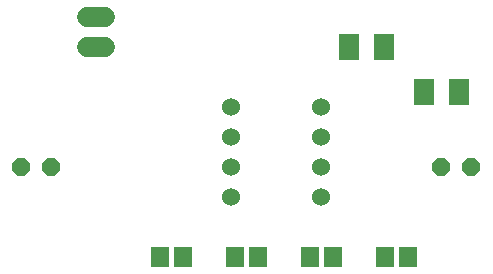
<source format=gbr>
G04 EAGLE Gerber RS-274X export*
G75*
%MOMM*%
%FSLAX34Y34*%
%LPD*%
%INSoldermask Top*%
%IPPOS*%
%AMOC8*
5,1,8,0,0,1.08239X$1,22.5*%
G01*
%ADD10R,1.703200X2.203200*%
%ADD11C,1.524000*%
%ADD12C,1.727200*%
%ADD13P,1.649562X8X22.500000*%
%ADD14P,1.649562X8X202.500000*%
%ADD15R,1.503200X1.803200*%


D10*
X378700Y228600D03*
X408700Y228600D03*
X315200Y266700D03*
X345200Y266700D03*
D11*
X215900Y215900D03*
X215900Y190500D03*
X292100Y190500D03*
X292100Y215900D03*
X215900Y165100D03*
X215900Y139700D03*
X292100Y165100D03*
X292100Y139700D03*
D12*
X109220Y266700D02*
X93980Y266700D01*
X93980Y292100D02*
X109220Y292100D01*
D13*
X38100Y165100D03*
X63500Y165100D03*
D14*
X419100Y165100D03*
X393700Y165100D03*
D15*
X346100Y88900D03*
X365100Y88900D03*
X219100Y88900D03*
X238100Y88900D03*
X282600Y88900D03*
X301600Y88900D03*
X155600Y88900D03*
X174600Y88900D03*
M02*

</source>
